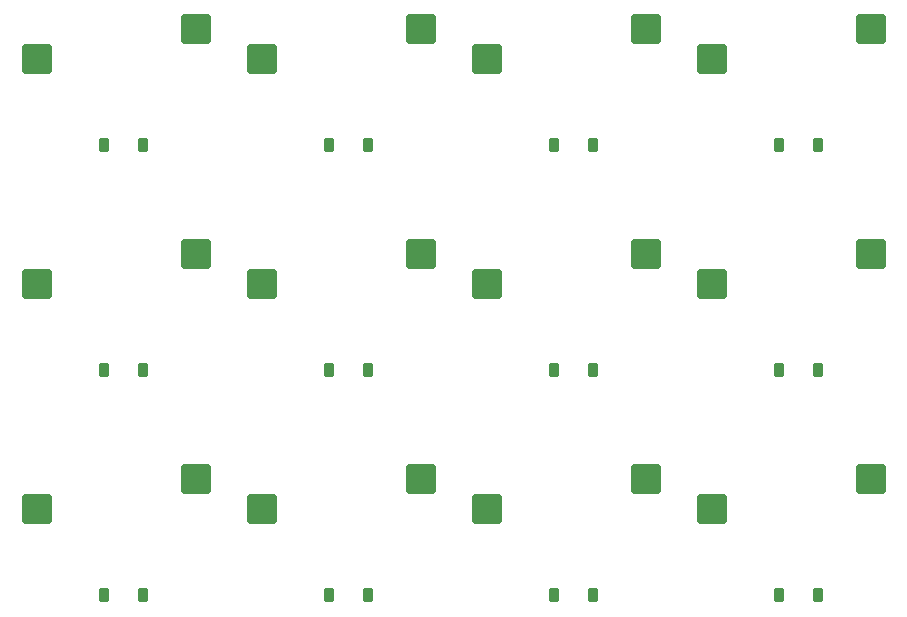
<source format=gbr>
%TF.GenerationSoftware,KiCad,Pcbnew,7.0.6-7.0.6~ubuntu22.10.1*%
%TF.CreationDate,2023-08-12T22:12:45-04:00*%
%TF.ProjectId,ZachEKeyboard,5a616368-454b-4657-9962-6f6172642e6b,rev?*%
%TF.SameCoordinates,Original*%
%TF.FileFunction,Paste,Bot*%
%TF.FilePolarity,Positive*%
%FSLAX46Y46*%
G04 Gerber Fmt 4.6, Leading zero omitted, Abs format (unit mm)*
G04 Created by KiCad (PCBNEW 7.0.6-7.0.6~ubuntu22.10.1) date 2023-08-12 22:12:45*
%MOMM*%
%LPD*%
G01*
G04 APERTURE LIST*
G04 Aperture macros list*
%AMRoundRect*
0 Rectangle with rounded corners*
0 $1 Rounding radius*
0 $2 $3 $4 $5 $6 $7 $8 $9 X,Y pos of 4 corners*
0 Add a 4 corners polygon primitive as box body*
4,1,4,$2,$3,$4,$5,$6,$7,$8,$9,$2,$3,0*
0 Add four circle primitives for the rounded corners*
1,1,$1+$1,$2,$3*
1,1,$1+$1,$4,$5*
1,1,$1+$1,$6,$7*
1,1,$1+$1,$8,$9*
0 Add four rect primitives between the rounded corners*
20,1,$1+$1,$2,$3,$4,$5,0*
20,1,$1+$1,$4,$5,$6,$7,0*
20,1,$1+$1,$6,$7,$8,$9,0*
20,1,$1+$1,$8,$9,$2,$3,0*%
G04 Aperture macros list end*
%ADD10RoundRect,0.250000X1.025000X1.000000X-1.025000X1.000000X-1.025000X-1.000000X1.025000X-1.000000X0*%
%ADD11RoundRect,0.225000X-0.225000X-0.375000X0.225000X-0.375000X0.225000X0.375000X-0.225000X0.375000X0*%
G04 APERTURE END LIST*
D10*
%TO.C,MX12*%
X134677500Y-97313750D03*
X121227500Y-99853750D03*
%TD*%
%TO.C,MX11*%
X115627500Y-97313750D03*
X102177500Y-99853750D03*
%TD*%
%TO.C,MX10*%
X96577500Y-97313750D03*
X83127500Y-99853750D03*
%TD*%
%TO.C,MX9*%
X77527500Y-97313750D03*
X64077500Y-99853750D03*
%TD*%
%TO.C,MX8*%
X134677500Y-78263750D03*
X121227500Y-80803750D03*
%TD*%
%TO.C,MX7*%
X115627500Y-78263750D03*
X102177500Y-80803750D03*
%TD*%
%TO.C,MX6*%
X96577500Y-78263750D03*
X83127500Y-80803750D03*
%TD*%
%TO.C,MX5*%
X77527500Y-78263750D03*
X64077500Y-80803750D03*
%TD*%
%TO.C,MX4*%
X134677500Y-59213750D03*
X121227500Y-61753750D03*
%TD*%
%TO.C,MX3*%
X115627500Y-59213750D03*
X102177500Y-61753750D03*
%TD*%
%TO.C,MX2*%
X96577500Y-59213750D03*
X83127500Y-61753750D03*
%TD*%
%TO.C,MX1*%
X77527500Y-59213750D03*
X64077500Y-61753750D03*
%TD*%
D11*
%TO.C,D12*%
X126937500Y-107156250D03*
X130237500Y-107156250D03*
%TD*%
%TO.C,D11*%
X107887500Y-107156250D03*
X111187500Y-107156250D03*
%TD*%
%TO.C,D10*%
X88837500Y-107156250D03*
X92137500Y-107156250D03*
%TD*%
%TO.C,D9*%
X69787500Y-107156250D03*
X73087500Y-107156250D03*
%TD*%
%TO.C,D8*%
X126937500Y-88106250D03*
X130237500Y-88106250D03*
%TD*%
%TO.C,D7*%
X107887500Y-88106250D03*
X111187500Y-88106250D03*
%TD*%
%TO.C,D6*%
X88837500Y-88106250D03*
X92137500Y-88106250D03*
%TD*%
%TO.C,D5*%
X69787500Y-88106250D03*
X73087500Y-88106250D03*
%TD*%
%TO.C,D4*%
X126937500Y-69056250D03*
X130237500Y-69056250D03*
%TD*%
%TO.C,D3*%
X107887500Y-69056250D03*
X111187500Y-69056250D03*
%TD*%
%TO.C,D2*%
X88837500Y-69056250D03*
X92137500Y-69056250D03*
%TD*%
%TO.C,D1*%
X69787500Y-69056250D03*
X73087500Y-69056250D03*
%TD*%
M02*

</source>
